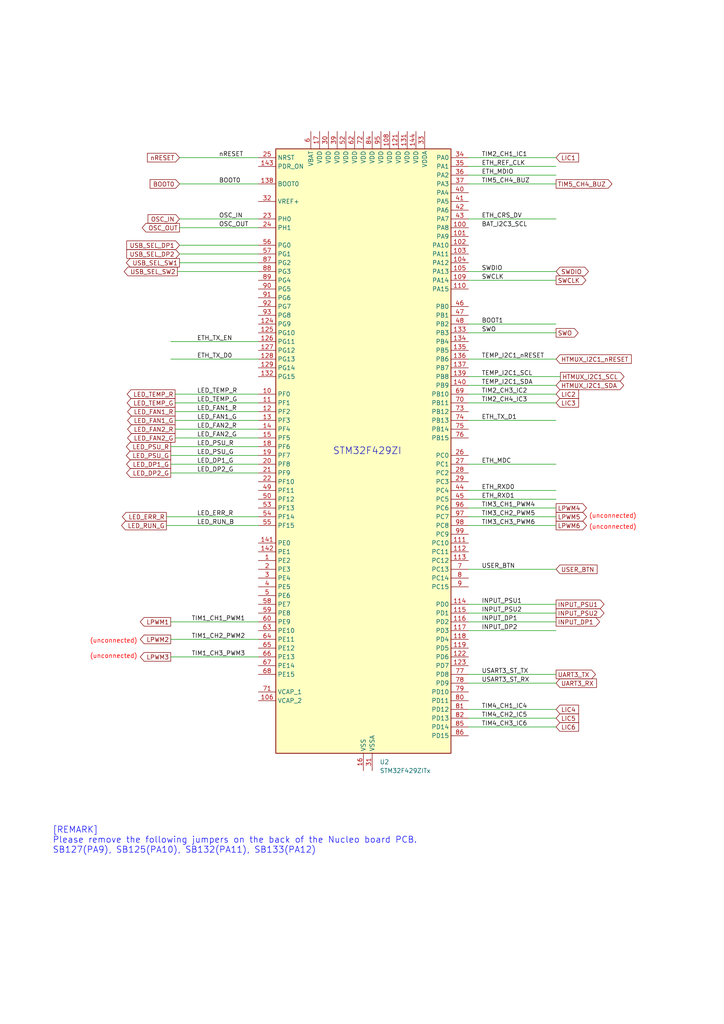
<source format=kicad_sch>
(kicad_sch (version 20230121) (generator eeschema)
  (paper "A4" portrait)
  (title_block (title "[AMDS] Console MCU Schematic") (date "2024-11-27"))
  (lib_symbols
    (symbol "MCU_ST_STM32F4:STM32F429ZITx"
      (property "Reference" "U" (at -25.4 90.17 0))
      (property "Value" "STM32F429ZITx" (at 20.32 90.17 0))
      (symbol "STM32F429ZITx_0_1"
        (rectangle (start -25.4 -86.36) (end 25.4 88.9) (stroke (width 0.254)) (fill (type background)))
      )
      (symbol "STM32F429ZITx_1_1"
        (pin bidirectional line (at -30.48 -30.48 0) (length 5.08) (name "PE2") (number "1"))
        (pin bidirectional line (at -30.48 17.78 0) (length 5.08) (name "PF0") (number "10"))
        (pin bidirectional line (at 30.48 66.04 180) (length 5.08) (name "PA8") (number "100"))
        (pin bidirectional line (at 30.48 63.5 180) (length 5.08) (name "PA9") (number "101"))
        (pin bidirectional line (at 30.48 60.96 180) (length 5.08) (name "PA10") (number "102"))
        (pin bidirectional line (at 30.48 58.42 180) (length 5.08) (name "PA11") (number "103"))
        (pin bidirectional line (at 30.48 55.88 180) (length 5.08) (name "PA12") (number "104"))
        (pin bidirectional line (at 30.48 53.34 180) (length 5.08) (name "PA13") (number "105"))
        (pin power_out line (at -30.48 -71.12 0) (length 5.08) (name "VCAP_2") (number "106"))
        (pin passive line (at 0 -91.44 90) (length 5.08) hide (name "VSS") (number "107"))
        (pin power_in line (at 7.62 93.98 270) (length 5.08) (name "VDD") (number "108"))
        (pin bidirectional line (at 30.48 50.8 180) (length 5.08) (name "PA14") (number "109"))
        (pin bidirectional line (at -30.48 15.24 0) (length 5.08) (name "PF1") (number "11"))
        (pin bidirectional line (at 30.48 48.26 180) (length 5.08) (name "PA15") (number "110"))
        (pin bidirectional line (at 30.48 -25.4 180) (length 5.08) (name "PC10") (number "111"))
        (pin bidirectional line (at 30.48 -27.94 180) (length 5.08) (name "PC11") (number "112"))
        (pin bidirectional line (at 30.48 -30.48 180) (length 5.08) (name "PC12") (number "113"))
        (pin bidirectional line (at 30.48 -43.18 180) (length 5.08) (name "PD0") (number "114"))
        (pin bidirectional line (at 30.48 -45.72 180) (length 5.08) (name "PD1") (number "115"))
        (pin bidirectional line (at 30.48 -48.26 180) (length 5.08) (name "PD2") (number "116"))
        (pin bidirectional line (at 30.48 -50.8 180) (length 5.08) (name "PD3") (number "117"))
        (pin bidirectional line (at 30.48 -53.34 180) (length 5.08) (name "PD4") (number "118"))
        (pin bidirectional line (at 30.48 -55.88 180) (length 5.08) (name "PD5") (number "119"))
        (pin bidirectional line (at -30.48 12.7 0) (length 5.08) (name "PF2") (number "12"))
        (pin passive line (at 0 -91.44 90) (length 5.08) hide (name "VSS") (number "120"))
        (pin power_in line (at 10.16 93.98 270) (length 5.08) (name "VDD") (number "121"))
        (pin bidirectional line (at 30.48 -58.42 180) (length 5.08) (name "PD6") (number "122"))
        (pin bidirectional line (at 30.48 -60.96 180) (length 5.08) (name "PD7") (number "123"))
        (pin bidirectional line (at -30.48 38.1 0) (length 5.08) (name "PG9") (number "124"))
        (pin bidirectional line (at -30.48 35.56 0) (length 5.08) (name "PG10") (number "125"))
        (pin bidirectional line (at -30.48 33.02 0) (length 5.08) (name "PG11") (number "126"))
        (pin bidirectional line (at -30.48 30.48 0) (length 5.08) (name "PG12") (number "127"))
        (pin bidirectional line (at -30.48 27.94 0) (length 5.08) (name "PG13") (number "128"))
        (pin bidirectional line (at -30.48 25.4 0) (length 5.08) (name "PG14") (number "129"))
        (pin bidirectional line (at -30.48 10.16 0) (length 5.08) (name "PF3") (number "13"))
        (pin passive line (at 0 -91.44 90) (length 5.08) hide (name "VSS") (number "130"))
        (pin power_in line (at 12.7 93.98 270) (length 5.08) (name "VDD") (number "131"))
        (pin bidirectional line (at -30.48 22.86 0) (length 5.08) (name "PG15") (number "132"))
        (pin bidirectional line (at 30.48 35.56 180) (length 5.08) (name "PB3") (number "133"))
        (pin bidirectional line (at 30.48 33.02 180) (length 5.08) (name "PB4") (number "134"))
        (pin bidirectional line (at 30.48 30.48 180) (length 5.08) (name "PB5") (number "135"))
        (pin bidirectional line (at 30.48 27.94 180) (length 5.08) (name "PB6") (number "136"))
        (pin bidirectional line (at 30.48 25.4 180) (length 5.08) (name "PB7") (number "137"))
        (pin input line (at -30.48 78.74 0) (length 5.08) (name "BOOT0") (number "138"))
        (pin bidirectional line (at 30.48 22.86 180) (length 5.08) (name "PB8") (number "139"))
        (pin bidirectional line (at -30.48 7.62 0) (length 5.08) (name "PF4") (number "14"))
        (pin bidirectional line (at 30.48 20.32 180) (length 5.08) (name "PB9") (number "140"))
        (pin bidirectional line (at -30.48 -25.4 0) (length 5.08) (name "PE0") (number "141"))
        (pin bidirectional line (at -30.48 -27.94 0) (length 5.08) (name "PE1") (number "142"))
        (pin input line (at -30.48 83.82 0) (length 5.08) (name "PDR_ON") (number "143"))
        (pin power_in line (at 15.24 93.98 270) (length 5.08) (name "VDD") (number "144"))
        (pin bidirectional line (at -30.48 5.08 0) (length 5.08) (name "PF5") (number "15"))
        (pin power_in line (at 0 -91.44 90) (length 5.08) (name "VSS") (number "16"))
        (pin power_in line (at -12.7 93.98 270) (length 5.08) (name "VDD") (number "17"))
        (pin bidirectional line (at -30.48 2.54 0) (length 5.08) (name "PF6") (number "18"))
        (pin bidirectional line (at -30.48 0 0) (length 5.08) (name "PF7") (number "19"))
        (pin bidirectional line (at -30.48 -33.02 0) (length 5.08) (name "PE3") (number "2"))
        (pin bidirectional line (at -30.48 -2.54 0) (length 5.08) (name "PF8") (number "20"))
        (pin bidirectional line (at -30.48 -5.08 0) (length 5.08) (name "PF9") (number "21"))
        (pin bidirectional line (at -30.48 -7.62 0) (length 5.08) (name "PF10") (number "22"))
        (pin bidirectional line (at -30.48 68.58 0) (length 5.08) (name "PH0") (number "23"))
        (pin bidirectional line (at -30.48 66.04 0) (length 5.08) (name "PH1") (number "24"))
        (pin input line (at -30.48 86.36 0) (length 5.08) (name "NRST") (number "25"))
        (pin bidirectional line (at 30.48 0 180) (length 5.08) (name "PC0") (number "26"))
        (pin bidirectional line (at 30.48 -2.54 180) (length 5.08) (name "PC1") (number "27"))
        (pin bidirectional line (at 30.48 -5.08 180) (length 5.08) (name "PC2") (number "28"))
        (pin bidirectional line (at 30.48 -7.62 180) (length 5.08) (name "PC3") (number "29"))
        (pin bidirectional line (at -30.48 -35.56 0) (length 5.08) (name "PE4") (number "3"))
        (pin power_in line (at -10.16 93.98 270) (length 5.08) (name "VDD") (number "30"))
        (pin power_in line (at 2.54 -91.44 90) (length 5.08) (name "VSSA") (number "31"))
        (pin input line (at -30.48 73.66 0) (length 5.08) (name "VREF+") (number "32"))
        (pin power_in line (at 17.78 93.98 270) (length 5.08) (name "VDDA") (number "33"))
        (pin bidirectional line (at 30.48 86.36 180) (length 5.08) (name "PA0") (number "34"))
        (pin bidirectional line (at 30.48 83.82 180) (length 5.08) (name "PA1") (number "35"))
        (pin bidirectional line (at 30.48 81.28 180) (length 5.08) (name "PA2") (number "36"))
        (pin bidirectional line (at 30.48 78.74 180) (length 5.08) (name "PA3") (number "37"))
        (pin passive line (at 0 -91.44 90) (length 5.08) hide (name "VSS") (number "38"))
        (pin power_in line (at -7.62 93.98 270) (length 5.08) (name "VDD") (number "39"))
        (pin bidirectional line (at -30.48 -38.1 0) (length 5.08) (name "PE5") (number "4"))
        (pin bidirectional line (at 30.48 76.2 180) (length 5.08) (name "PA4") (number "40"))
        (pin bidirectional line (at 30.48 73.66 180) (length 5.08) (name "PA5") (number "41"))
        (pin bidirectional line (at 30.48 71.12 180) (length 5.08) (name "PA6") (number "42"))
        (pin bidirectional line (at 30.48 68.58 180) (length 5.08) (name "PA7") (number "43"))
        (pin bidirectional line (at 30.48 -10.16 180) (length 5.08) (name "PC4") (number "44"))
        (pin bidirectional line (at 30.48 -12.7 180) (length 5.08) (name "PC5") (number "45"))
        (pin bidirectional line (at 30.48 43.18 180) (length 5.08) (name "PB0") (number "46"))
        (pin bidirectional line (at 30.48 40.64 180) (length 5.08) (name "PB1") (number "47"))
        (pin bidirectional line (at 30.48 38.1 180) (length 5.08) (name "PB2") (number "48"))
        (pin bidirectional line (at -30.48 -10.16 0) (length 5.08) (name "PF11") (number "49"))
        (pin bidirectional line (at -30.48 -40.64 0) (length 5.08) (name "PE6") (number "5"))
        (pin bidirectional line (at -30.48 -12.7 0) (length 5.08) (name "PF12") (number "50"))
        (pin passive line (at 0 -91.44 90) (length 5.08) hide (name "VSS") (number "51"))
        (pin power_in line (at -5.08 93.98 270) (length 5.08) (name "VDD") (number "52"))
        (pin bidirectional line (at -30.48 -15.24 0) (length 5.08) (name "PF13") (number "53"))
        (pin bidirectional line (at -30.48 -17.78 0) (length 5.08) (name "PF14") (number "54"))
        (pin bidirectional line (at -30.48 -20.32 0) (length 5.08) (name "PF15") (number "55"))
        (pin bidirectional line (at -30.48 60.96 0) (length 5.08) (name "PG0") (number "56"))
        (pin bidirectional line (at -30.48 58.42 0) (length 5.08) (name "PG1") (number "57"))
        (pin bidirectional line (at -30.48 -43.18 0) (length 5.08) (name "PE7") (number "58"))
        (pin bidirectional line (at -30.48 -45.72 0) (length 5.08) (name "PE8") (number "59"))
        (pin power_in line (at -15.24 93.98 270) (length 5.08) (name "VBAT") (number "6"))
        (pin bidirectional line (at -30.48 -48.26 0) (length 5.08) (name "PE9") (number "60"))
        (pin passive line (at 0 -91.44 90) (length 5.08) hide (name "VSS") (number "61"))
        (pin power_in line (at -2.54 93.98 270) (length 5.08) (name "VDD") (number "62"))
        (pin bidirectional line (at -30.48 -50.8 0) (length 5.08) (name "PE10") (number "63"))
        (pin bidirectional line (at -30.48 -53.34 0) (length 5.08) (name "PE11") (number "64"))
        (pin bidirectional line (at -30.48 -55.88 0) (length 5.08) (name "PE12") (number "65"))
        (pin bidirectional line (at -30.48 -58.42 0) (length 5.08) (name "PE13") (number "66"))
        (pin bidirectional line (at -30.48 -60.96 0) (length 5.08) (name "PE14") (number "67"))
        (pin bidirectional line (at -30.48 -63.5 0) (length 5.08) (name "PE15") (number "68"))
        (pin bidirectional line (at 30.48 17.78 180) (length 5.08) (name "PB10") (number "69"))
        (pin bidirectional line (at 30.48 -33.02 180) (length 5.08) (name "PC13") (number "7"))
        (pin bidirectional line (at 30.48 15.24 180) (length 5.08) (name "PB11") (number "70"))
        (pin power_out line (at -30.48 -68.58 0) (length 5.08) (name "VCAP_1") (number "71"))
        (pin power_in line (at 0 93.98 270) (length 5.08) (name "VDD") (number "72"))
        (pin bidirectional line (at 30.48 12.7 180) (length 5.08) (name "PB12") (number "73"))
        (pin bidirectional line (at 30.48 10.16 180) (length 5.08) (name "PB13") (number "74"))
        (pin bidirectional line (at 30.48 7.62 180) (length 5.08) (name "PB14") (number "75"))
        (pin bidirectional line (at 30.48 5.08 180) (length 5.08) (name "PB15") (number "76"))
        (pin bidirectional line (at 30.48 -63.5 180) (length 5.08) (name "PD8") (number "77"))
        (pin bidirectional line (at 30.48 -66.04 180) (length 5.08) (name "PD9") (number "78"))
        (pin bidirectional line (at 30.48 -68.58 180) (length 5.08) (name "PD10") (number "79"))
        (pin bidirectional line (at 30.48 -35.56 180) (length 5.08) (name "PC14") (number "8"))
        (pin bidirectional line (at 30.48 -71.12 180) (length 5.08) (name "PD11") (number "80"))
        (pin bidirectional line (at 30.48 -73.66 180) (length 5.08) (name "PD12") (number "81"))
        (pin bidirectional line (at 30.48 -76.2 180) (length 5.08) (name "PD13") (number "82"))
        (pin passive line (at 0 -91.44 90) (length 5.08) hide (name "VSS") (number "83"))
        (pin power_in line (at 2.54 93.98 270) (length 5.08) (name "VDD") (number "84"))
        (pin bidirectional line (at 30.48 -78.74 180) (length 5.08) (name "PD14") (number "85"))
        (pin bidirectional line (at 30.48 -81.28 180) (length 5.08) (name "PD15") (number "86"))
        (pin bidirectional line (at -30.48 55.88 0) (length 5.08) (name "PG2") (number "87"))
        (pin bidirectional line (at -30.48 53.34 0) (length 5.08) (name "PG3") (number "88"))
        (pin bidirectional line (at -30.48 50.8 0) (length 5.08) (name "PG4") (number "89"))
        (pin bidirectional line (at 30.48 -38.1 180) (length 5.08) (name "PC15") (number "9"))
        (pin bidirectional line (at -30.48 48.26 0) (length 5.08) (name "PG5") (number "90"))
        (pin bidirectional line (at -30.48 45.72 0) (length 5.08) (name "PG6") (number "91"))
        (pin bidirectional line (at -30.48 43.18 0) (length 5.08) (name "PG7") (number "92"))
        (pin bidirectional line (at -30.48 40.64 0) (length 5.08) (name "PG8") (number "93"))
        (pin passive line (at 0 -91.44 90) (length 5.08) hide (name "VSS") (number "94"))
        (pin power_in line (at 5.08 93.98 270) (length 5.08) (name "VDD") (number "95"))
        (pin bidirectional line (at 30.48 -15.24 180) (length 5.08) (name "PC6") (number "96"))
        (pin bidirectional line (at 30.48 -17.78 180) (length 5.08) (name "PC7") (number "97"))
        (pin bidirectional line (at 30.48 -20.32 180) (length 5.08) (name "PC8") (number "98"))
        (pin bidirectional line (at 30.48 -22.86 180) (length 5.08) (name "PC9") (number "99"))
      )
    )
  )
  (wire (pts (xy 50.8 119.38) (xy 74.93 119.38)))
  (wire (pts (xy 48.26 149.86) (xy 74.93 149.86)))
  (wire (pts (xy 49.53 137.16) (xy 74.93 137.16)))
  (wire (pts (xy 50.8 121.92) (xy 74.93 121.92)))
  (wire (pts (xy 135.89 50.8) (xy 161.29 50.8)))
  (wire (pts (xy 74.93 180.34) (xy 49.53 180.34)))
  (wire (pts (xy 135.89 149.86) (xy 161.29 149.86)))
  (wire (pts (xy 135.89 198.12) (xy 161.29 198.12)))
  (wire (pts (xy 48.26 152.4) (xy 74.93 152.4)))
  (wire (pts (xy 49.53 129.54) (xy 74.93 129.54)))
  (wire (pts (xy 135.89 147.32) (xy 161.29 147.32)))
  (wire (pts (xy 135.89 81.28) (xy 161.29 81.28)))
  (wire (pts (xy 135.89 208.28) (xy 161.29 208.28)))
  (wire (pts (xy 135.89 205.74) (xy 161.29 205.74)))
  (wire (pts (xy 135.89 111.76) (xy 161.29 111.76)))
  (wire (pts (xy 49.53 104.14) (xy 74.93 104.14)))
  (wire (pts (xy 135.89 78.74) (xy 161.29 78.74)))
  (wire (pts (xy 50.8 114.3) (xy 74.93 114.3)))
  (wire (pts (xy 52.07 71.12) (xy 74.93 71.12)))
  (wire (pts (xy 50.8 116.84) (xy 74.93 116.84)))
  (wire (pts (xy 135.89 104.14) (xy 161.29 104.14)))
  (wire (pts (xy 50.8 124.46) (xy 74.93 124.46)))
  (wire (pts (xy 135.89 121.92) (xy 161.29 121.92)))
  (wire (pts (xy 49.53 99.06) (xy 74.93 99.06)))
  (wire (pts (xy 135.89 144.78) (xy 161.29 144.78)))
  (wire (pts (xy 135.89 45.72) (xy 161.29 45.72)))
  (wire (pts (xy 52.07 53.34) (xy 74.93 53.34)))
  (wire (pts (xy 135.89 134.62) (xy 161.29 134.62)))
  (wire (pts (xy 135.89 142.24) (xy 161.29 142.24)))
  (wire (pts (xy 52.07 66.04) (xy 74.93 66.04)))
  (wire (pts (xy 135.89 53.34) (xy 161.29 53.34)))
  (wire (pts (xy 135.89 152.4) (xy 161.29 152.4)))
  (wire (pts (xy 135.89 175.26) (xy 161.29 175.26)))
  (wire (pts (xy 135.89 116.84) (xy 161.29 116.84)))
  (wire (pts (xy 135.89 93.98) (xy 161.29 93.98)))
  (wire (pts (xy 135.89 182.88) (xy 161.29 182.88)))
  (wire (pts (xy 52.07 45.72) (xy 74.93 45.72)))
  (wire (pts (xy 135.89 195.58) (xy 161.29 195.58)))
  (wire (pts (xy 135.89 114.3) (xy 161.29 114.3)))
  (wire (pts (xy 52.07 73.66) (xy 74.93 73.66)))
  (wire (pts (xy 49.53 132.08) (xy 74.93 132.08)))
  (wire (pts (xy 135.89 210.82) (xy 161.29 210.82)))
  (wire (pts (xy 74.93 76.2) (xy 52.07 76.2)))
  (wire (pts (xy 135.89 109.22) (xy 162.56 109.22)))
  (wire (pts (xy 74.93 190.5) (xy 49.53 190.5)))
  (wire (pts (xy 135.89 96.52) (xy 161.29 96.52)))
  (wire (pts (xy 74.93 185.42) (xy 49.53 185.42)))
  (wire (pts (xy 74.93 78.74) (xy 51.435 78.74)))
  (wire (pts (xy 135.89 180.34) (xy 161.29 180.34)))
  (wire (pts (xy 135.89 165.1) (xy 161.29 165.1)))
  (wire (pts (xy 135.89 63.5) (xy 161.29 63.5)))
  (wire (pts (xy 135.89 177.8) (xy 161.29 177.8)))
  (wire (pts (xy 135.89 48.26) (xy 161.29 48.26)))
  (wire (pts (xy 49.53 134.62) (xy 74.93 134.62)))
  (wire (pts (xy 52.07 63.5) (xy 74.93 63.5)))
  (wire (pts (xy 50.8 127) (xy 74.93 127)))
  (text "(unconnected)" (at 26.035 186.69 0) (effects (font (size 1.27 1.27)) (justify left bottom)))
  (text "STM32F429ZI" (at 96.52 132.08 0) (effects (font (size 2 2)) (justify left bottom)))
  (text "(unconnected)" (at 170.815 153.67 0) (effects (font (size 1.27 1.27)) (justify left bottom)))
  (text "[REMARK]\nPlease remove the following jumpers on the back of the Nucleo board PCB.\nSB127(PA9), SB125(PA10), SB132(PA11), SB133(PA12)" (at 15.24 247.65 0) (effects (font (size 1.8 1.8)) (justify left bottom)))
  (text "(unconnected)" (at 170.815 150.495 0) (effects (font (size 1.27 1.27)) (justify left bottom)))
  (text "(unconnected)" (at 26.035 191.135 0) (effects (font (size 1.27 1.27)) (justify left bottom)))
  (label "ETH_MDC" (at 139.7 134.62 0))
  (label "OSC_IN" (at 63.5 63.5 0))
  (label "LED_FAN1_R" (at 57.15 119.38 0))
  (label "LED_DP2_G" (at 57.15 137.16 0))
  (label "TEMP_I2C1_SCL" (at 139.7 109.22 0))
  (label "TIM5_CH4_BUZ" (at 139.7 53.34 0))
  (label "ETH_CRS_DV" (at 139.7 63.5 0))
  (label "USART3_ST_RX" (at 139.7 198.12 0))
  (label "OSC_OUT" (at 63.5 66.04 0))
  (label "SWCLK" (at 139.7 81.28 0))
  (label "INPUT_PSU1" (at 139.7 175.26 0))
  (label "ETH_TX_D0" (at 57.15 104.14 0))
  (label "ETH_REF_CLK" (at 139.7 48.26 0))
  (label "LED_PSU_G" (at 57.15 132.08 0))
  (label "LED_TEMP_R" (at 57.15 114.3 0))
  (label "TIM2_CH3_IC2" (at 139.7 114.3 0))
  (label "TIM1_CH1_PWM1" (at 71.12 180.34 180))
  (label "BAT_I2C3_SCL" (at 139.7 66.04 0))
  (label "USER_BTN" (at 139.7 165.1 0))
  (label "USART3_ST_TX" (at 139.7 195.58 0))
  (label "SWO" (at 139.7 96.52 0))
  (label "SWDIO" (at 139.7 78.74 0))
  (label "INPUT_DP2" (at 139.7 182.88 0))
  (label "ETH_TX_D1" (at 139.7 121.92 0))
  (label "TEMP_I2C1_nRESET" (at 139.7 104.14 0))
  (label "LED_RUN_B" (at 57.15 152.4 0))
  (label "TIM4_CH1_IC4" (at 139.7 205.74 0))
  (label "TIM3_CH3_PWM6" (at 139.7 152.4 0))
  (label "TIM4_CH3_IC6" (at 139.7 210.82 0))
  (label "LED_PSU_R" (at 57.15 129.54 0))
  (label "INPUT_DP1" (at 139.7 180.34 0))
  (label "nRESET" (at 63.5 45.72 0))
  (label "TEMP_I2C1_SDA" (at 139.7 111.76 0))
  (label "LED_FAN2_G" (at 57.15 127 0))
  (label "BOOT0" (at 63.5 53.34 0))
  (label "ETH_RXD0" (at 139.7 142.24 0))
  (label "LED_FAN1_G" (at 57.15 121.92 0))
  (label "ETH_RXD1" (at 139.7 144.78 0))
  (label "LED_FAN2_R" (at 57.15 124.46 0))
  (label "TIM1_CH2_PWM2" (at 71.12 185.42 180))
  (label "ETH_MDIO" (at 139.7 50.8 0))
  (label "INPUT_PSU2" (at 139.7 177.8 0))
  (label "TIM2_CH1_IC1" (at 139.7 45.72 0))
  (label "BOOT1" (at 139.7 93.98 0))
  (label "LED_DP1_G" (at 57.15 134.62 0))
  (label "TIM1_CH3_PWM3" (at 71.12 190.5 180))
  (label "LED_ERR_R" (at 57.15 149.86 0))
  (label "TIM3_CH1_PWM4" (at 139.7 147.32 0))
  (label "TIM4_CH2_IC5" (at 139.7 208.28 0))
  (label "TIM3_CH2_PWM5" (at 139.7 149.86 0))
  (label "ETH_TX_EN" (at 57.15 99.06 0))
  (label "LED_TEMP_G" (at 57.15 116.84 0))
  (label "TIM2_CH4_IC3" (at 139.7 116.84 0))
  (global_label "LIC5" (shape input) (at 161.29 208.28 0) (property "Intersheetrefs" "${INTERSHEET_REFS}" (effects hide)))
  (global_label "LED_TEMP_G" (shape output) (at 50.8 116.84 180) (property "Intersheetrefs" "${INTERSHEET_REFS}" (effects hide)))
  (global_label "SWCLK" (shape output) (at 161.29 81.28 0) (property "Intersheetrefs" "${INTERSHEET_REFS}" (effects hide)))
  (global_label "HTMUX_I2C1_nRESET" (shape input) (at 161.29 104.14 0) (property "Intersheetrefs" "${INTERSHEET_REFS}" (effects hide)))
  (global_label "LED_FAN2_G" (shape output) (at 50.8 127 180) (property "Intersheetrefs" "${INTERSHEET_REFS}" (effects hide)))
  (global_label "LED_DP1_G" (shape output) (at 49.53 134.62 180) (property "Intersheetrefs" "${INTERSHEET_REFS}" (effects hide)))
  (global_label "OSC_IN" (shape input) (at 52.07 63.5 180) (property "Intersheetrefs" "${INTERSHEET_REFS}" (effects hide)))
  (global_label "LED_PSU_G" (shape output) (at 49.53 132.08 180) (property "Intersheetrefs" "${INTERSHEET_REFS}" (effects hide)))
  (global_label "TIM5_CH4_BUZ" (shape output) (at 161.29 53.34 0) (property "Intersheetrefs" "${INTERSHEET_REFS}" (effects hide)))
  (global_label "LED_FAN1_G" (shape output) (at 50.8 121.92 180) (property "Intersheetrefs" "${INTERSHEET_REFS}" (effects hide)))
  (global_label "LED_FAN2_R" (shape output) (at 50.8 124.46 180) (property "Intersheetrefs" "${INTERSHEET_REFS}" (effects hide)))
  (global_label "LIC4" (shape input) (at 161.29 205.74 0) (property "Intersheetrefs" "${INTERSHEET_REFS}" (effects hide)))
  (global_label "USB_SEL_DP2" (shape input) (at 52.07 73.66 180) (property "Intersheetrefs" "${INTERSHEET_REFS}" (effects hide)))
  (global_label "LPWM4" (shape output) (at 161.29 147.32 0) (property "Intersheetrefs" "${INTERSHEET_REFS}" (effects hide)))
  (global_label "BOOT0" (shape input) (at 52.07 53.34 180) (property "Intersheetrefs" "${INTERSHEET_REFS}" (effects hide)))
  (global_label "LPWM3" (shape output) (at 49.53 190.5 180) (property "Intersheetrefs" "${INTERSHEET_REFS}" (effects hide)))
  (global_label "USER_BTN" (shape input) (at 161.29 165.1 0) (property "Intersheetrefs" "${INTERSHEET_REFS}" (effects hide)))
  (global_label "INPUT_PSU2" (shape output) (at 161.29 177.8 0) (property "Intersheetrefs" "${INTERSHEET_REFS}" (effects hide)))
  (global_label "UART3_TX" (shape output) (at 161.29 195.58 0) (property "Intersheetrefs" "${INTERSHEET_REFS}" (effects hide)))
  (global_label "LPWM5" (shape output) (at 161.29 149.86 0) (property "Intersheetrefs" "${INTERSHEET_REFS}" (effects hide)))
  (global_label "LED_FAN1_R" (shape output) (at 50.8 119.38 180) (property "Intersheetrefs" "${INTERSHEET_REFS}" (effects hide)))
  (global_label "OSC_OUT" (shape output) (at 52.07 66.04 180) (property "Intersheetrefs" "${INTERSHEET_REFS}" (effects hide)))
  (global_label "HTMUX_I2C1_SCL" (shape output) (at 162.56 109.22 0) (property "Intersheetrefs" "${INTERSHEET_REFS}" (effects hide)))
  (global_label "INPUT_DP1" (shape output) (at 161.29 180.34 0) (property "Intersheetrefs" "${INTERSHEET_REFS}" (effects hide)))
  (global_label "LED_RUN_G" (shape output) (at 48.26 152.4 180) (property "Intersheetrefs" "${INTERSHEET_REFS}" (effects hide)))
  (global_label "LPWM6" (shape output) (at 161.29 152.4 0) (property "Intersheetrefs" "${INTERSHEET_REFS}" (effects hide)))
  (global_label "SWO" (shape output) (at 161.29 96.52 0) (property "Intersheetrefs" "${INTERSHEET_REFS}" (effects hide)))
  (global_label "nRESET" (shape input) (at 52.07 45.72 180) (property "Intersheetrefs" "${INTERSHEET_REFS}" (effects hide)))
  (global_label "LIC6" (shape input) (at 161.29 210.82 0) (property "Intersheetrefs" "${INTERSHEET_REFS}" (effects hide)))
  (global_label "LED_ERR_R" (shape output) (at 48.26 149.86 180) (property "Intersheetrefs" "${INTERSHEET_REFS}" (effects hide)))
  (global_label "LED_DP2_G" (shape output) (at 49.53 137.16 180) (property "Intersheetrefs" "${INTERSHEET_REFS}" (effects hide)))
  (global_label "USB_SEL_SW2" (shape output) (at 51.435 78.74 180) (property "Intersheetrefs" "${INTERSHEET_REFS}" (effects hide)))
  (global_label "HTMUX_I2C1_SDA" (shape bidirectional) (at 161.29 111.76 0) (property "Intersheetrefs" "${INTERSHEET_REFS}" (effects hide)))
  (global_label "LIC3" (shape input) (at 161.29 116.84 0) (property "Intersheetrefs" "${INTERSHEET_REFS}" (effects hide)))
  (global_label "LIC1" (shape input) (at 161.29 45.72 0) (property "Intersheetrefs" "${INTERSHEET_REFS}" (effects hide)))
  (global_label "LPWM1" (shape output) (at 49.53 180.34 180) (property "Intersheetrefs" "${INTERSHEET_REFS}" (effects hide)))
  (global_label "USB_SEL_SW1" (shape output) (at 52.07 76.2 180) (property "Intersheetrefs" "${INTERSHEET_REFS}" (effects hide)))
  (global_label "INPUT_PSU1" (shape output) (at 161.29 175.26 0) (property "Intersheetrefs" "${INTERSHEET_REFS}" (effects hide)))
  (global_label "LED_TEMP_R" (shape output) (at 50.8 114.3 180) (property "Intersheetrefs" "${INTERSHEET_REFS}" (effects hide)))
  (global_label "UART3_RX" (shape input) (at 161.29 198.12 0) (property "Intersheetrefs" "${INTERSHEET_REFS}" (effects hide)))
  (global_label "LIC2" (shape input) (at 161.29 114.3 0) (property "Intersheetrefs" "${INTERSHEET_REFS}" (effects hide)))
  (global_label "USB_SEL_DP1" (shape input) (at 52.07 71.12 180) (property "Intersheetrefs" "${INTERSHEET_REFS}" (effects hide)))
  (global_label "LPWM2" (shape output) (at 49.53 185.42 180) (property "Intersheetrefs" "${INTERSHEET_REFS}" (effects hide)))
  (global_label "LED_PSU_R" (shape output) (at 49.53 129.54 180) (property "Intersheetrefs" "${INTERSHEET_REFS}" (effects hide)))
  (global_label "SWDIO" (shape bidirectional) (at 161.29 78.74 0) (property "Intersheetrefs" "${INTERSHEET_REFS}" (effects hide)))
  (symbol (lib_id "MCU_ST_STM32F4:STM32F429ZITx") (at 105.41 132.08 0) (unit 1)
    (property "Reference" "U2" (at 110.1441 220.98 0) (effects (justify left)))
    (property "Value" "STM32F429ZITx" (at 110.1441 223.52 0) (effects (justify left)))
    (property "Footprint" "Package_QFP:LQFP-144_20x20mm_P0.5mm" (effects hide))
    (property "Datasheet" "https://www.st.com/resource/en/datasheet/stm32f429zi.pdf" (effects hide))
  )
)
</source>
